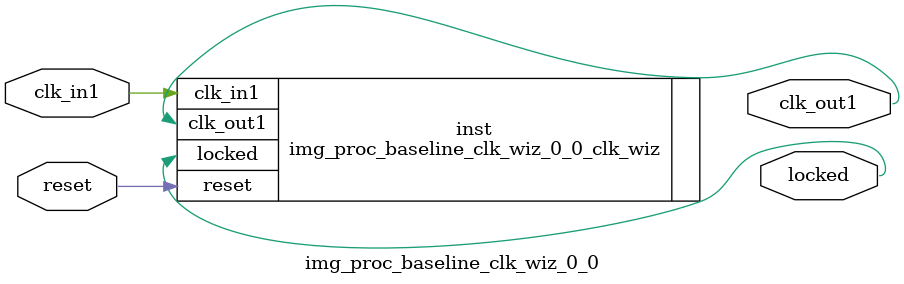
<source format=v>


`timescale 1ps/1ps

(* CORE_GENERATION_INFO = "img_proc_baseline_clk_wiz_0_0,clk_wiz_v6_0_4_0_0,{component_name=img_proc_baseline_clk_wiz_0_0,use_phase_alignment=true,use_min_o_jitter=false,use_max_i_jitter=false,use_dyn_phase_shift=false,use_inclk_switchover=false,use_dyn_reconfig=false,enable_axi=0,feedback_source=FDBK_AUTO,PRIMITIVE=PLL,num_out_clk=1,clkin1_period=8.000,clkin2_period=10.0,use_power_down=false,use_reset=true,use_locked=true,use_inclk_stopped=false,feedback_type=SINGLE,CLOCK_MGR_TYPE=NA,manual_override=false}" *)

module img_proc_baseline_clk_wiz_0_0 
 (
  // Clock out ports
  output        clk_out1,
  // Status and control signals
  input         reset,
  output        locked,
 // Clock in ports
  input         clk_in1
 );

  img_proc_baseline_clk_wiz_0_0_clk_wiz inst
  (
  // Clock out ports  
  .clk_out1(clk_out1),
  // Status and control signals               
  .reset(reset), 
  .locked(locked),
 // Clock in ports
  .clk_in1(clk_in1)
  );

endmodule

</source>
